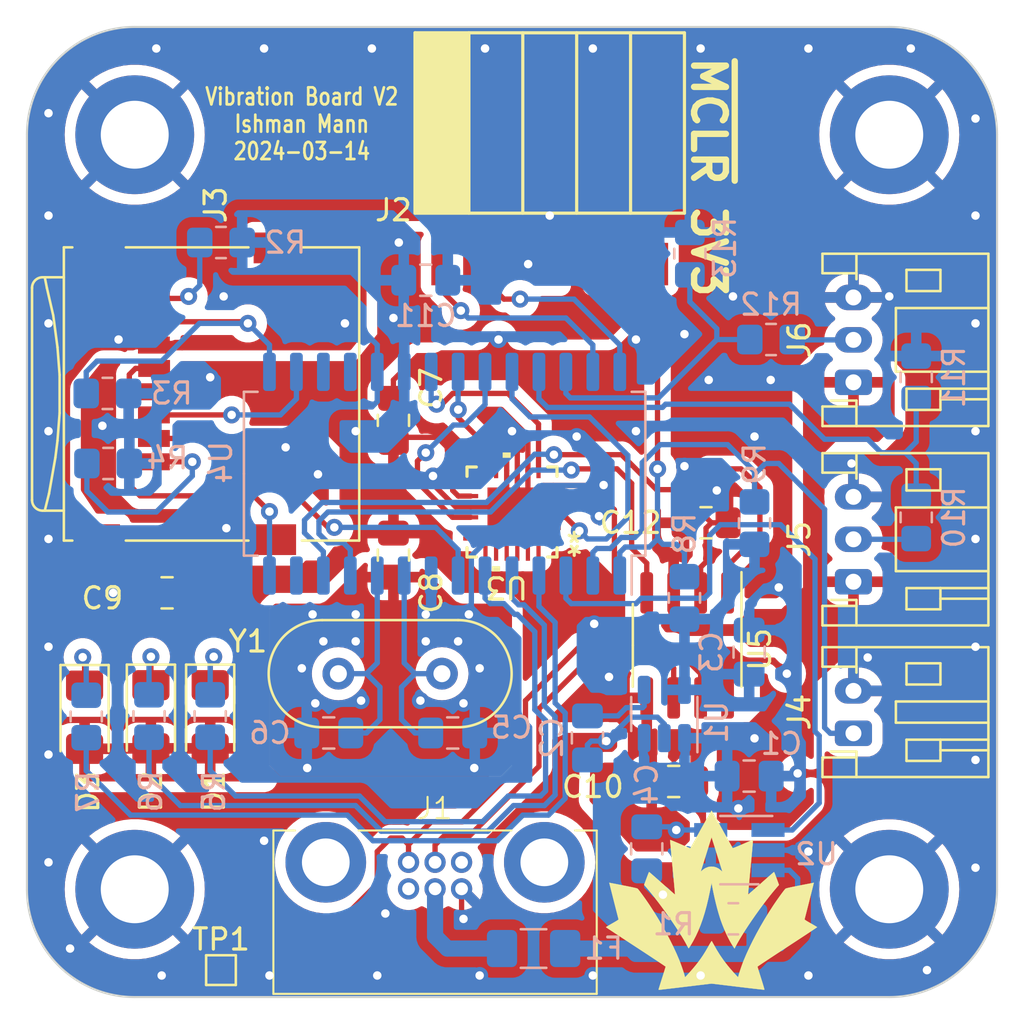
<source format=kicad_pcb>
(kicad_pcb (version 20221018) (generator pcbnew)
  (layers (0 "F.Cu" signal) (31 "B.Cu" signal) (34 "B.Paste" user) (35 "F.Paste" user) (36 "B.SilkS" user "B.Silkscreen") (37 "F.SilkS" user "F.Silkscreen") (38 "B.Mask" user) (39 "F.Mask" user) (44 "Edge.Cuts" user))
  (net 0 "")
  (net 1 "+5V")
  (net 2 "GND")
  (net 3 "Net-(U1-BP)")
  (net 4 "+3.3V")
  (net 5 "/OSC1")
  (net 6 "/OSC2")
  (net 7 "Net-(D1-K)")
  (net 8 "Net-(D2-K)")
  (net 9 "Net-(D3-K)")
  (net 10 "Net-(J1-Pin_5)")
  (net 11 "Net-(U2-IN+)")
  (net 13 "/CANL")
  (net 14 "/CANH")
  (net 16 "/ICSPCLK")
  (net 17 "/ICSPDAT")
  (net 18 "/~{MCLR}")
  (net 19 "Net-(J3-DAT1)")
  (net 20 "/MICRO_SD_SDO")
  (net 21 "/MICRO_SD_SCK")
  (net 22 "/MICRO_SD_SDI")
  (net 23 "/MICRO_SD_CS")
  (net 24 "Net-(J3-DAT2)")
  (net 25 "Net-(U4-RA4)")
  (net 26 "Net-(U4-RA3)")
  (net 27 "Net-(U4-RA2)")
  (net 28 "/CURR_SENSE")
  (net 29 "/THMS_SENSE")
  (net 30 "/AIS3624DQTR_IOC")
  (net 31 "Net-(J5-Pin_2)")
  (net 32 "Net-(J6-Pin_2)")
  (net 33 "/PT_1_SENSE")
  (net 34 "/PT_2_SENSE")
  (net 38 "/AIS3624DQTR_INT")
  (net 39 "/AIS3624DQTR_SCL")
  (net 40 "/AIS3624DQTR_SDA")
  (net 52 "/CANTX")
  (net 53 "/CANRX")
  (footprint "canhw:connector_Harwin_G125–MG10605M4P" (layer "F.Cu") (at 147.504 132.08)
    (fp_text reference "J1")
    (fp_text value "CAN Bus Connector" hide)
  )
  (footprint "Connector_JST:JST_PH_S3B-PH-K_1x03_P2.00mm_Horizontal" (layer "F.Cu") (at 167.222 118.856 90)
    (fp_text reference "J5")
    (fp_text value "PT 1 Connector" hide)
  )
  (footprint "Connector_JST:JST_PH_S2B-PH-K_1x02_P2.00mm_Horizontal" (layer "F.Cu") (at 167.222 126 90)
    (fp_text reference "J4")
    (fp_text value "THMS Connector" hide)
  )
  (footprint "team logo:Logo_SilkScreen_10mm" (layer "F.Cu") (at 160.528 133.858)
    (fp_text reference "G***" hide)
    (fp_text value "LOGO" hide)
  )
  (footprint "MountingHole:MountingHole_3.2mm_M3_DIN965_Pad" (layer "F.Cu") (at 133.35 133.35)
    (fp_text reference "H3" hide)
    (fp_text value "MountingHole_Pad" hide)
  )
  (footprint "Capacitor_SMD:C_0805_2012Metric_Pad1.18x1.45mm_HandSolder" (layer "F.Cu") (at 134.874 119.38)
    (fp_text reference "C9")
    (fp_text value "4.7uF" hide)
  )
  (footprint "Capacitor_SMD:C_0805_2012Metric_Pad1.18x1.45mm_HandSolder" (layer "F.Cu") (at 158.75 128.27 180)
    (fp_text reference "C10")
    (fp_text value "0.1uF" hide)
  )
  (footprint "Capacitor_SMD:C_0805_2012Metric_Pad1.18x1.45mm_HandSolder" (layer "F.Cu") (at 145.542 117.602 90)
    (fp_text reference "C8")
    (fp_text value "10uF" hide)
  )
  (footprint "LED_SMD:LED_1206_3216Metric_Pad1.42x1.75mm_HandSolder" (layer "F.Cu") (at 134.112 125.222 -90)
    (fp_text reference "D2")
    (fp_text value "GREEN" hide)
  )
  (footprint "TestPoint:TestPoint_Pad_1.0x1.0mm" (layer "F.Cu") (at 137.414 137.16)
    (fp_text reference "TP1")
    (fp_text value "CANL" hide)
  )
  (footprint "Connector_JST:JST_PH_S3B-PH-K_1x03_P2.00mm_Horizontal" (layer "F.Cu") (at 167.222 109.458 90)
    (fp_text reference "J6")
    (fp_text value "PT 2 Connector" hide)
  )
  (footprint "LED_SMD:LED_1206_3216Metric_Pad1.42x1.75mm_HandSolder" (layer "F.Cu") (at 130.986 125.2425 -90)
    (fp_text reference "D3")
    (fp_text value "BLUE" hide)
  )
  (footprint "MountingHole:MountingHole_3.2mm_M3_DIN965_Pad" (layer "F.Cu") (at 133.35 97.79)
    (fp_text reference "H1" hide)
    (fp_text value "MountingHole_Pad" hide)
  )
  (footprint "Package_SO:SOIC-8_3.9x4.9mm_P1.27mm" (layer "F.Cu") (at 159.385 121.855 -90)
    (fp_text reference "U5")
    (fp_text value "MCP2562" hide)
  )
  (footprint "canhw:microSD_Molex_WM6698CT-ND" (layer "F.Cu") (at 131.654 103.124 -90)
    (fp_text reference "J3")
    (fp_text value "Micro_SD_Card" hide)
  )
  (footprint "MountingHole:MountingHole_3.2mm_M3_DIN965_Pad" (layer "F.Cu") (at 168.91 133.35)
    (fp_text reference "H4" hide)
    (fp_text value "MountingHole_Pad" hide)
  )
  (footprint "MountingHole:MountingHole_3.2mm_M3_DIN965_Pad" (layer "F.Cu") (at 168.91 97.79)
    (fp_text reference "H2" hide)
    (fp_text value "MountingHole_Pad" hide)
  )
  (footprint "LED_SMD:LED_1206_3216Metric_Pad1.42x1.75mm_HandSolder" (layer "F.Cu") (at 136.906 125.222 -90)
    (fp_text reference "D1")
    (fp_text value "RED" hide)
  )
  (footprint "canhw:QFN24L_4X4X0P5_STM" (layer "F.Cu") (at 151.13 115.57 180)
    (fp_text reference "U3")
    (fp_text value "AIS3624DQTR" hide)
  )
  (footprint "Capacitor_SMD:C_0805_2012Metric_Pad1.18x1.45mm_HandSolder" (layer "F.Cu") (at 145.542 111.252 -90)
    (fp_text reference "C7")
    (fp_text value "0.1uF" hide)
  )
  (footprint "Capacitor_SMD:C_0805_2012Metric_Pad1.18x1.45mm_HandSolder" (layer "F.Cu") (at 160.274 116.078 180)
    (fp_text reference "C12")
    (fp_text value "0.1uF" hide)
  )
  (footprint "Crystal:Crystal_HC49-4H_Vertical" (layer "F.Cu") (at 147.828 123.19 180)
    (fp_text reference "Y1")
    (fp_text value "12MHz Crystal " hide)
  )
  (footprint "canhw:PinHeader_5x2.54_SMD_90deg_952-3198-1-ND" (layer "F.Cu") (at 147.828 103.886)
    (fp_text reference "J2")
    (fp_text value "Programming Header" hide)
  )
  (footprint "Capacitor_SMD:C_0805_2012Metric_Pad1.18x1.45mm_HandSolder" (layer "B.Cu") (at 162.306 122.174 90)
    (fp_text reference "C3")
    (fp_text value "1uF" hide)
  )
  (footprint "Resistor_SMD:R_0805_2012Metric_Pad1.20x1.40mm_HandSolder" (layer "B.Cu") (at 132.064 109.982 180)
    (fp_text reference "R3")
    (fp_text value "10kR" hide)
  )
  (footprint "Resistor_SMD:R_0805_2012Metric_Pad1.20x1.40mm_HandSolder" (layer "B.Cu") (at 170.18 109.22 90)
    (fp_text reference "R11")
    (fp_text value "10kR" hide)
  )
  (footprint "Resistor_SMD:R_0805_2012Metric_Pad1.20x1.40mm_HandSolder" (layer "B.Cu") (at 170.18 115.824 90)
    (fp_text reference "R10")
    (fp_text value "5kR" hide)
  )
  (footprint "Resistor_SMD:R_0805_2012Metric_Pad1.20x1.40mm_HandSolder" (layer "B.Cu") (at 134.024 125.1855 -90)
    (fp_text reference "R6")
    (fp_text value "160R" hide)
  )
  (footprint "Capacitor_SMD:C_0805_2012Metric_Pad1.18x1.45mm_HandSolder" (layer "B.Cu") (at 142.494 125.984 180)
    (fp_text reference "C6")
    (fp_text value "27pF" hide)
  )
  (footprint "Capacitor_SMD:C_0805_2012Metric_Pad1.18x1.45mm_HandSolder" (layer "B.Cu") (at 154.686 126.2165 -90)
    (fp_text reference "C2")
    (fp_text value "10nF" hide)
  )
  (footprint "Resistor_SMD:R_0805_2012Metric_Pad1.20x1.40mm_HandSolder" (layer "B.Cu") (at 159.258 119.618 90)
    (fp_text reference "R8")
    (fp_text value "10kR" hide)
  )
  (footprint "Resistor_SMD:R_0805_2012Metric_Pad1.20x1.40mm_HandSolder" (layer "B.Cu") (at 136.906 125.1855 -90)
    (fp_text reference "R5")
    (fp_text value "160R" hide)
  )
  (footprint "Resistor_SMD:R_0805_2012Metric_Pad1.20x1.40mm_HandSolder" (layer "B.Cu") (at 162.56 116.094 90)
    (fp_text reference "R9")
    (fp_text value "10kR" hide)
  )
  (footprint "Resistor_SMD:R_0805_2012Metric_Pad1.20x1.40mm_HandSolder" (layer "B.Cu") (at 163.338 107.442 180)
    (fp_text reference "R12")
    (fp_text value "5kR" hide)
  )
  (footprint "Resistor_SMD:R_0805_2012Metric_Pad1.20x1.40mm_HandSolder" (layer "B.Cu") (at 137.414 102.87 180)
    (fp_text reference "R2")
    (fp_text value "10kR" hide)
  )
  (footprint "Package_TO_SOT_SMD:SOT-23-5_HandSoldering" (layer "B.Cu") (at 161.845 131.506 180)
    (fp_text reference "U2")
    (fp_text value "INA180" hide)
  )
  (footprint "Capacitor_SMD:C_0805_2012Metric_Pad1.18x1.45mm_HandSolder" (layer "B.Cu") (at 147.066 104.648)
    (fp_text reference "C11")
    (fp_text value "0.1uF" hide)
  )
  (footprint "Resistor_SMD:R_0805_2012Metric_Pad1.20x1.40mm_HandSolder" (layer "B.Cu") (at 159.512 103.394 90)
    (fp_text reference "R13")
    (fp_text value "10kR" hide)
  )
  (footprint "Fuse:Fuse_1206_3216Metric_Pad1.42x1.75mm_HandSolder" (layer "B.Cu") (at 152.146 136.144)
    (fp_text reference "F1")
    (fp_text value "350mA Polyfuse" hide)
  )
  (footprint "Package_SO:SOIC-28W_7.5x18.7mm_P1.27mm" (layer "B.Cu") (at 147.955 113.766 90)
    (fp_text reference "U4")
    (fp_text value "PIC18F26K83" hide)
  )
  (footprint "Resistor_SMD:R_0805_2012Metric_Pad1.20x1.40mm_HandSolder" (layer "B.Cu") (at 132.096 113.284 180)
    (fp_text reference "R4")
    (fp_text value "10kR" hide)
  )
  (footprint "Resistor_SMD:R_0805_2012Metric_Pad1.20x1.40mm_HandSolder" (layer "B.Cu") (at 161.56 134.742)
    (fp_text reference "R1")
    (fp_text value "200mR" hide)
  )
  (footprint "Capacitor_SMD:C_0805_2012Metric_Pad1.18x1.45mm_HandSolder" (layer "B.Cu") (at 162.306 128.016)
    (fp_text reference "C1")
    (fp_text value "1uF" hide)
  )
  (footprint "Resistor_SMD:R_0805_2012Metric_Pad1.20x1.40mm_HandSolder" (layer "B.Cu") (at 131.064 125.206 -90)
    (fp_text reference "R7")
    (fp_text value "160R" hide)
  )
  (footprint "Package_TO_SOT_SMD:SOT-23-5" (layer "B.Cu") (at 158.308 125.0895 90)
    (fp_text reference "U1")
    (fp_text value "SPX3819M5-L-3-3" hide)
  )
  (footprint "Capacitor_SMD:C_0805_2012Metric_Pad1.18x1.45mm_HandSolder" (layer "B.Cu") (at 148.336 125.984)
    (fp_text reference "C5")
    (fp_text value "27pF" hide)
  )
  (footprint "Capacitor_SMD:C_0805_2012Metric_Pad1.18x1.45mm_HandSolder" (layer "B.Cu") (at 157.48 131.445 -90)
    (fp_text reference "C4")
    (fp_text value "0.1uF" hide)
  )
  (gr_line (start 173.99 133.35) (end 173.99 97.79) (stroke (width 0.1)) (layer "Edge.Cuts"))
  (gr_line (start 168.91 138.43) (end 133.35 138.43) (stroke (width 0.1)) (layer "Edge.Cuts"))
  (gr_arc (start 168.91 92.71) (mid 172.502102 94.197898) (end 173.99 97.79) (stroke (width 0.1)) (layer "Edge.Cuts"))
  (gr_line (start 133.35 92.71) (end 168.91 92.71) (stroke (width 0.1)) (layer "Edge.Cuts"))
  (gr_arc (start 173.99 133.35) (mid 172.502102 136.942102) (end 168.91 138.43) (stroke (width 0.1)) (layer "Edge.Cuts"))
  (gr_arc (start 128.27 97.79) (mid 129.757898 94.197898) (end 133.35 92.71) (stroke (width 0.1)) (layer "Edge.Cuts"))
  (gr_line (start 128.27 133.35) (end 128.27 97.79) (stroke (width 0.1)) (layer "Edge.Cuts"))
  (gr_arc (start 133.35 138.43) (mid 129.757898 136.942102) (end 128.27 133.35) (stroke (width 0.1)) (layer "Edge.Cuts"))
  (gr_text "~{MCLR} 3V3" (at 159.512 93.98 -90) (layer "F.SilkS") (effects (font (size 1.5 1.5) (thickness 0.3) bold) (justify left bottom)))
  (gr_text "Vibration Board V2\nIshman Mann\n2024-03-14" (at 141.224 97.282) (layer "F.SilkS") (effects (font (size 0.8001 0.635) (thickness 0.127) bold)))
  (via (at 162.56 126.238) (size 0.8) (drill 0.4) (layers "F.Cu" "B.Cu") (net 1))
  (via (at 161.798 129.54) (size 0.8) (drill 0.4) (layers "F.Cu" "B.Cu") (net 1))
  (segment (start 159.258 126.227) (end 159.258 127.254) (width 0.381) (layer "B.Cu") (net 1))
  (segment (start 155.428 114.32) (end 155.448 114.3) (width 0.25) (layer "F.Cu") (net 2))
  (segment (start 150.88 115.32) (end 151.13 115.57) (width 0.25) (layer "F.Cu") (net 2))
  (segment (start 160.274 115.824) (end 160.528 116.078) (width 0.25) (layer "F.Cu") (net 2))
  (segment (start 145.542 110.2145) (end 145.542 109.347) (width 0.25) (layer "F.Cu") (net 2))
  (segment (start 151.13 111.76) (end 151.38 112.01) (width 0.25) (layer "F.Cu") (net 2))
  (segment (start 151.13 111.76) (end 151.638 111.76) (width 0.25) (layer "F.Cu") (net 2))
  (segment (start 155.2315 115.7648) (end 154.7867 115.32) (width 0.25) (layer "F.Cu") (net 2))
  (segment (start 145.542 109.347) (end 146.685 108.204) (width 0.25) (layer "F.Cu") (net 2))
  (segment (start 151.880001 114.819999) (end 151.13 115.57) (width 0.25) (layer "F.Cu") (net 2))
  (segment (start 148.754 134.657) (end 148.844 134.747) (width 0.25) (layer "F.Cu") (net 2))
  (segment (start 160.274 117.9195) (end 160.02 118.1735) (width 0.25) (layer "F.Cu") (net 2))
  (segment (start 149.733 108.204) (end 150.495 107.442) (width 0.25) (layer "F.Cu") (net 2))
  (segment (start 150.88 113.6237) (end 150.88 115.32) (width 0.25) (layer "F.Cu") (net 2))
  (segment (start 151.38 112.01) (end 151.38 113.6237) (width 0.25) (layer "F.Cu") (net 2))
  (segment (start 160.528 116.078) (end 160.274 116.332) (width 0.25) (layer "F.Cu") (net 2))
  (segment (start 154.7867 115.32) (end 153.0763 115.32) (width 0.25) (layer "F.Cu") (net 2))
  (segment (start 147.406547 114.260943) (end 148.465604 115.32) (width 0.25) (layer "F.Cu") (net 2))
  (segment (start 151.880001 113.6237) (end 151.880001 114.819999) (width 0.25) (layer "F.Cu") (net 2))
  (segment (start 160.274 116.332) (end 160.274 117.9195) (width 0.25) (layer "F.Cu") (net 2))
  (segment (start 150.88 112.01) (end 150.88 113.6237) (width 0.25) (layer "F.Cu") (net 2))
  (segment (start 164.084 123.19) (end 163.449 122.555) (width 0.25) (layer "F.Cu") (net 2))
  (segment (start 151.38 113.6237) (end 151.38 115.32) (width 0.25) (layer "F.Cu") (net 2))
  (segment (start 152.908 103.886) (end 151.892 103.886) (width 0.25) (layer "F.Cu") (net 2))
  (segment (start 152.614 114.32) (end 152.38 114.554) (width 0.25) (layer "F.Cu") (net 2))
  (segment (start 161.8615 122.555) (end 161.29 123.1265) (width 0.25) (layer "F.Cu") (net 2))
  (segment (start 152.38 114.554) (end 152.146 114.554) (width 0.25) (layer "F.Cu") (net 2))
  (segment (start 152.146 114.554) (end 151.13 115.57) (width 0.25) (layer "F.Cu") (net 2))
  (segment (start 148.465604 115.32) (end 149.1837 115.32) (width 0.25) (layer "F.Cu") (net 2))
  (segment (start 153.0763 115.32) (end 151.38 115.32) (width 0.25) (layer "F.Cu") (net 2))
  (segment (start 147.406547 113.87274) (end 147.406547 114.260943) (width 0.25) (layer "F.Cu") (net 2))
  (segment (start 146.685 108.204) (end 149.733 108.204) (width 0.25) (layer "F.Cu") (net 2))
  (segment (start 163.449 122.555) (end 161.8615 122.555) (width 0.25) (layer "F.Cu") (net 2))
  (segment (start 153.0763 114.32) (end 152.614 114.32) (width 0.25) (layer "F.Cu") (net 2))
  (segment (start 153.0763 114.32) (end 155.428 114.32) (width 0.25) (layer "F.Cu") (net 2))
  (segment (start 151.638 111.76) (end 151.880001 112.002001) (width 0.25) (layer "F.Cu") (net 2))
  (segment (start 161.29 123.1265) (end 161.29 124.33) (width 0.25) (layer "F.Cu") (net 2))
  (segment (start 160.02 118.1735) (end 160.02 119.38) (width 0.25) (layer "F.Cu") (net 2))
  (segment (start 151.38 115.32) (end 151.13 115.57) (width 0.25) (layer "F.Cu") (net 2))
  (segment (start 160.782 114.554) (end 160.274 115.062) (width 0.25) (layer "F.Cu") (net 2))
  (segment (start 148.754 133.33) (end 148.754 134.657) (width 0.25) (layer "F.Cu") (net 2))
  (segment (start 151.880001 112.002001) (end 151.880001 113.6237) (width 0.25) (layer "F.Cu") (net 2))
  (segment (start 151.13 111.76) (end 150.88 112.01) (width 0.25) (layer "F.Cu") (net 2))
  (segment (start 160.274 115.062) (end 160.274 115.824) (width 0.25) (layer "F.Cu") (net 2))
  (segment (start 160.528 116.078) (end 161.3115 116.078) (width 0.25) (layer "F.Cu") (net 2))
  (segment (start 149.1837 115.32) (end 150.88 115.32) (width 0.25) (layer "F.Cu") (net 2))
  (via (at 155.448 114.3) (size 0.8) (drill 0.4) (layers "F.Cu" "B.Cu") (net 2))
  (via (at 164.592 127.889) (size 0.8) (drill 0.4) (layers "F.Cu" "B.Cu") (net 2))
  (via (at 141.859 124.587) (size 0.8) (drill 0.4) (layers "F.Cu" "B.Cu") (net 2))
  (via (at 132.588 107.442) (size 0.8) (drill 0.4) (layers "F.Cu" "B.Cu") (net 2))
  (via (at 149.352 127.635) (size 0.8) (drill 0.4) (layers "F.Cu" "B.Cu") (net 2))
  (via (at 162.56 112.014) (size 0.8) (drill 0.4) (layers "F.Cu" "B.Cu") (net 2))
  (via (at 146.812 124.46) (size 0.8) (drill 0.4) (layers "F.Cu" "B.Cu") (net 2))
  (via (at 172.974 106.68) (size 0.8) (drill 0.4) (layers "F.Cu" "B.Cu") (net 2))
  (via (at 165.1 131.572) (size 0.8) (drill 0.4) (layers "F.Cu" "B.Cu") (net 2))
  (via (at 130.302 136.144) (size 0.8) (drill 0.4) (layers "F.Cu" "B.Cu") (net 2))
  (via (at 155.575 126.365) (size 0.8) (drill 0.4) (layers "F.Cu" "B.Cu") (net 2))
  (via (at 170.688 137.16) (size 0.8) (drill 0.4) (layers "F.Cu" "B.Cu") (net 2))
  (via (at 165.1 93.726) (size 0.8) (drill 0.4) (layers "F.Cu" "B.Cu") (net 2))
  (via (at 150.495 107.442) (size 0.8) (drill 0.4) (layers "F.Cu" "B.Cu") (net 2))
  (via (at 159.258 113.411) (size 0.8) (drill 0.4) (layers "F.Cu" "B.Cu") (net 2))
  (via (at 139.7 137.414) (size 0.8) (drill 0.4) (layers "F.Cu" "B.Cu") (net 2))
  (via (at 172.974 101.6) (size 0.8) (drill 0.4) (layers "F.Cu" "B.Cu") (net 2))
  (via (at 143.764 121.666) (size 0.8) (drill 0.4) (layers "F.Cu" "B.Cu") (net 2))
  (via (at 144.526 93.726) (size 0.8) (drill 0.4) (layers "F.Cu" "B.Cu") (net 2))
  (via (at 154.94 93.726) (size 0.8) (drill 0.4) (layers "F.Cu" "B.Cu") (net 2))
  (via (at 140.462 112.522) (size 0.8) (drill 0.4) (layers "F.Cu" "B.Cu") (net 2))
  (via (at 142.24 121.666) (size 0.8) (drill 0.4) (layers "F.Cu" "B.Cu") (net 2))
  (via (at 147.406547 113.87274) (size 0.8) (drill 0.4) (layers "F.Cu" "B.Cu") (net 2))
  (via (at 141.478 127.635) (size 0.8) (drill 0.4) (layers "F.Cu" "B.Cu") (net 2))
  (via (at 147.066 120.396) (size 0.8) (drill 0.4) (layers "F.Cu" "B.Cu") (net 2))
  (via (at 167.132 113.284) (size 0.8) (drill 0.4) (layers "F.Cu" "B.Cu") (net 2))
  (via (at 163.703 119.126) (size 0.8) (drill 0.4) (layers "F.Cu" "B.Cu") (net 2))
  (via (at 156.972 111.76) (size 0.8) (drill 0.4) (layers "F.Cu" "B.Cu") (net 2))
  (via (at 129.286 101.6) (size 0.8) (drill 0.4) (layers "F.Cu" "B.Cu") (net 2))
  (via (at 172.974 121.92) (size 0.8) (drill 0.4) (layers "F.Cu" "B.Cu") (net 2))
  (via (at 132.334 119.38) (size 0.8) (drill 0.4) (layers "F.Cu" "B.Cu") (net 2))
  (via (at 160.02 137.414) (size 0.8) (drill 0.4) (layers "F.Cu" "B.Cu") (net 2))
  (via (at 134.62 137.414) (size 0.8) (drill 0.4) (layers "F.Cu" "B.Cu") (net 2))
  (via (at 151.892 103.886) (size 0.8) (drill 0.4) (layers "F.Cu" "B.Cu") (net 2))
  (via (at 160.782 114.554) (size 0.8) (drill 0.4) (layers "F.Cu" "B.Cu") (net 2))
  (via (at 172.974 111.76) (size 0.8) (drill 0.4) (layers "F.Cu" "B.Cu") (net 2))
  (via (at 143.256 106.68) (size 0.8) (drill 0.4) (layers "F.Cu" "B.Cu") (net 2))
  (via (at 156.972 107.442) (size 0.8) (drill 0.4) (layers "F.Cu" "B.Cu") (net 2))
  (via (at 158.242 133.604) (size 0.8) (drill 0.4) (layers "F.Cu" "B.Cu") (net 2))
  (via (at 154.178 112.014) (size 0.8) (drill 0.4) (layers "F.Cu" "B.Cu") (net 2))
  (via (at 149.86 93.726) (size 0.8) (drill 0.4) (layers "F.Cu" "B.Cu") (net 2))
  (via (at 139.446 131.064) (size 0.8) (drill 0.4) (layers "F.Cu" "B.Cu") (net 2))
  (via (at 164.084 123.19) (size 0.8) (drill 0.4) (layers "F.Cu" "B.Cu") (net 2))
  (via (at 139.446 93.726) (size 0.8) (drill 0.4) (layers "F.Cu" "B.Cu") (net 2))
  (via (at 172.974 132.334) (size 0.8) (drill 0.4) (layers "F.Cu" "B.Cu") (net 2))
  (via (at 137.541 105.41) (size 0.8) (drill 0.4) (layers "F.Cu" "B.Cu") (net 2))
  (via (at 145.161 134.493) (size 0.8) (drill 0.4) (layers "F.Cu" "B.Cu") (net 2))
  (via (at 172.974 97.028) (size 0.8) (drill 0.4) (layers "F.Cu" "B.Cu") (net 2))
  (via (at 152.908 101.6) (size 0.8) (drill 0.4) (layers "F.Cu" "B.Cu") (net 2))
  (via (at 149.606 137.414) (size 0.8) (drill 0.4) (layers "F.Cu" "B.Cu") (net 2))
  (via (at 172.974 116.84) (size 0.8) (drill 0.4) (layers "F.Cu" "B.Cu") (net 2))
  (via (at 169.926 93.726) (size 0.8) (drill 0.4) (layers "F.Cu" "B.Cu") (net 2))
  (via (at 141.224 122.936) (size 0.8) (drill 0.4) (layers "F.Cu" "B.Cu") (net 2))
  (via (at 148.844 124.587) (size 0.8) (drill 0.4) (layers "F.Cu" "B.Cu") (net 2))
  (via (at 129.286 132.08) (size 0.8) (drill 0.4) (layers "F.Cu" "B.Cu") (net 2))
  (via (at 129.286 121.92) (size 0.8) (drill 0.4) (layers "F.Cu" "B.Cu") (net 2))
  (via (at 172.974 127.254) (size 0.8) (drill 0.4) (layers "F.Cu" "B.Cu") (net 2))
  (via (at 163.322 109.347) (size 0.8) (drill 0.4) (layers "F.Cu" "B.Cu") (net 2))
  (via (at 161.544 105.41) (size 0.8) (drill 0.4) (layers "F.Cu" "B.Cu") (net 2))
  (via (at 160.02 93.726) (size 0.8) (drill 0.4) (layers "F.Cu" "B.Cu") (net 2))
  (via (at 141.986 113.792) (size 0.8) (drill 0.4) (layers "F.Cu" "B.Cu") (net 2))
  (via (at 144.018 124.46) (size 0.8) (drill 0.4) (layers "F.Cu" "B.Cu") (net 2))
  (via (at 129.286 111.76) (size 0.8) (drill 0.4) (layers "F.Cu" "B.Cu") (net 2))
  (via (at 134.366 93.726) (size 0.8) (drill 0.4) (layers "F.Cu" "B.Cu") (net 2))
  (via (at 149.098 120.396) (size 0.8) (drill 0.4) (layers "F.Cu" "B.Cu") (net 2))
  (via (at 148.59 121.666) (size 0.8) (drill 0.4) (layers "F.Cu" "B.Cu") (net 2))
  (via (at 137.668 116.332) (size 0.8) (drill 0.4) (layers "F.Cu" "B.Cu") (net 2))
  (via (at 154.94 137.414) (size 0.8) (drill 0.4) (layers "F.Cu" "B.Cu") (net 2))
  (via (at 129.286 116.84) (size 0.8) (drill 0.4) (layers "F.Cu" "B.Cu") (net 2))
  (via (at 144.78 137.414) (size 0.8) (drill 0.4) (layers "F.Cu" "B.Cu") (net 2))
  (via (at 141.732 120.396) (size 0.8) (drill 0.4) (layers "F.Cu" "B.Cu") (net 2))
  (via (at 168.91 105.41) (size 0.8) (drill 0.4) (layers "F.Cu" "B.Cu") (net 2))
  (via (at 149.606 122.936) (size 0.8) (drill 0.4) (layers "F.Cu" "B.Cu") (net 2))
  (via (at 143.764 120.396) (size 0.8) (drill 0.4) (layers "F.Cu" "B.Cu") (net 2))
  (via (at 160.401 109.347) (size 0.8) (drill 0.4) (layers "F.Cu" "B.Cu") (net 2))
  (via (at 147.066 121.666) (size 0.8) (drill 0.4) (layers "F.Cu" "B.Cu") (net 2))
  (via (at 151.13 111.76) (size 0.8) (drill 0.4) (layers "F.Cu" "B.Cu") (net 2))
  (via (at 129.286 106.68) (size 0.8) (drill 0.4) (layers "F.Cu" "B.Cu") (net 2))
  (via (at 129.286 127) (size 0.8) (drill 0.4) (layers "F.Cu" "B.Cu") (net 2))
  (via (at 155.2315 115.7648) (size 0.8) (drill 0.4) (layers "F.Cu" "B.Cu") (net 2))
  (via (at 159.258 107.188) (size 0.8) (drill 0.4) (layers "F.Cu" "B.Cu") (net 2))
  (via (at 129.286 96.774) (size 0.8) (drill 0.4) (layers "F.Cu" "B.Cu") (net 2))
  (via (at 167.894 122.428) (size 0.8) (drill 0.4) (layers "F.Cu" "B.Cu") (net 2))
  (via (at 148.844 134.747) (size 0.8) (drill 0.4) (layers "F.Cu" "B.Cu") (net 2))
  (via (at 165.1 137.414) (size 0.8) (drill 0.4) (layers "F.Cu" "B.Cu") (net 2))
  (segment (start 142.367 110.617) (end 140.462 112.522) (width 0.25) (layer "B.Cu") (net 2))
  (segment (start 158.308 126.227) (end 158.308 125.5645) (width 0.25) (layer "B.Cu") (net 2))
  (segment (start 143.764 106.68) (end 143.256 106.68) (width 0.25) (layer "B.Cu") (net 2))
  (segment (start 149.098 120.396) (end 149.215 120.279) (width 0.25) (layer "B.Cu") (net 2))
  (segment (start 144.526 110.617) (end 142.367 110.617) (width 0.25) (layer "B.Cu") (net 2))
  (segment (start 144.78 108.966) (end 144.78 110.363) (width 0.25) (layer "B.Cu") (net 2))
  (segment (start 162.306 119.888) (end 163.068 119.126) (width 0.381) (layer "B.Cu") (net 2))
  (segment (start 152.533303 114.320945) (end 155.427055 114.320945) (width 0.25) (layer "B.Cu") (net 2))
  (segment (start 144.78 110.363) (end 144.526 110.617) (width 0.25) (layer "B.Cu") (net 2))
  (segment (start 157.983 125.2395) (end 156.7005 125.2395) (width 0.25) (layer "B.Cu") (net 2))
  (segment (start 156.7005 125.2395) (end 155.575 126.365) (width 0.25) (layer "B.Cu") (net 2))
  (segment (start 165.034 131.506) (end 165.1 131.572) (width 0.25) (layer "B.Cu") (net 2))
  (segment (start 155.427055 114.320945) (end 155.448 114.3) (width 0.25) (layer "B.Cu") (net 2))
  (segment (start 149.215 120.279) (end 149.215 117.639248) (width 0.25) (layer "B.Cu") (net 2))
  (segment (start 147.32 120.142) (end 147.066 120.396) (width 0.25) (layer "B.Cu") (net 2))
  (segment (start 154.686 127.254) (end 154.686 126.5428) (width 0.25) (layer "B.Cu") (net 2))
  (segment (start 163.068 119.126) (end 163.703 119.126) (width 0.381) (layer "B.Cu") (net 2))
  (segment (start 162.306 121.1365) (end 162.306 119.888) (width 0.381) (layer "B.Cu") (net 2))
  (segment (start 154.8638 126.365) (end 155.575 126.365) (width 0.25) (layer "B.Cu") (net 2))
  (segment (start 158.242 133.604) (end 157.861 133.604) (width 0.25) (layer "B.Cu") (net 2))
  (segment (start 154.686 126.5428) (end 154.8638 126.365) (width 0.25) (layer "B.Cu") (net 2))
  (segment (start 149.215 117.639248) (end 152.533303 114.320945) (width 0.25) (layer "B.Cu") (net 2))
  (segment (start 158.308 125.5645) (end 157.983 125.2395) (width 0.25) (layer "B.Cu") (net 2))
  (segment (start 157.48 133.223) (end 157.48 132.4825) (width 0.25) (layer "B.Cu") (net 2))
  (segment (start 144.78 108.966) (end 144.78 107.696) (width 0.25) (layer "B.Cu") (net 2))
  (segment (start 144.78 107.696) (end 143.764 106.68) (width 0.25) (layer "B.Cu") (net 2))
  (segment (start 157.861 133.604) (end 157.48 133.223) (width 0.25) (layer "B.Cu") (net 2))
  (segment (start 163.195 131.506) (end 165.034 131.506) (width 0.25) (layer "B.Cu") (net 2))
  (segment (start 147.32 118.566) (end 147.32 120.142) (width 0.25) (layer "B.Cu") (net 2))
  (segment (start 157.358 124.714) (end 157.358 123.952) (width 0.25) (layer "B.Cu") (net 3))
  (segment (start 157.2825 124.7895) (end 157.358 124.714) (width 0.25) (layer "B.Cu") (net 3))
  (segment (start 156.124604 125.179) (end 156.514104 124.7895) (width 0.25) (layer "B.Cu") (net 3))
  (segment (start 154.686 125.179) (end 156.124604 125.179) (width 0.25) (layer "B.Cu") (net 3))
  (segment (start 156.514104 124.7895) (end 157.2825 124.7895) (width 0.25) (layer "B.Cu") (net 3))
  (segment (start 144.055 112.051) (end 143.764 111.76) (width 0.25) (layer "F.Cu") (net 4))
  (segment (start 155.531805 115.0398) (end 155.142896 115.0398) (width 0.25) (layer "F.Cu") (net 4))
  (segment (start 154.923095 114.819999) (end 153.0763 114.819999) (width 0.25) (layer "F.Cu") (net 4))
  (segment (start 148.336 112.776) (end 149.606 112.776) (width 0.25) (layer "F.Cu") (net 4))
  (segment (start 155.956 119.888) (end 155.956 115.463995) (width 0.25) (layer "F.Cu") (net 4))
  (segment (start 149.1837 114.819999) (end 148.601999 114.819999) (width 0.25) (layer "F.Cu") (net 4))
  (segment (start 147.611 112.051) (end 144.055 112.051) (width 0.25) (layer "F.Cu") (net 4))
  (segment (start 148.601999 114.819999) (end 148.336 114.554) (width 0.25) (layer "F.Cu") (net 4))
  (segment (start 148.336 112.776) (end 147.611 112.051) (width 0.25) (layer "F.Cu") (net 4))
  (segment (start 149.606 112.776) (end 149.88 113.05) (width 0.25) (layer "F.Cu") (net 4))
  (segment (start 149.1837 114.32) (end 148.336 114.32) (width 0.25) (layer "F.Cu") (net 4))
  (segment (start 155.956 115.463995) (end 155.531805 115.0398) (width 0.25) (layer "F.Cu") (net 4))
  (segment (start 149.88 113.05) (end 149.88 113.6237) (width 0.25) (layer "F.Cu") (net 4))
  (segment (start 155.0035 120.8405) (end 155.956 119.888) (width 0.25) (layer "F.Cu") (net 4))
  (segment (start 155.142896 115.0398) (end 154.923095 114.819999) (width 0.25) (layer "F.Cu") (net 4))
  (segment (start 148.336 114.554) (end 148.336 112.776) (width 0.25) (layer "F.Cu") (net 4))
  (via (at 155.702 123.3424) (size 0.8) (drill 0.4) (layers "F.Cu" "B.Cu") (net 4))
  (via (at 145.542 106.426) (size 0.8) (drill 0.4) (layers "F.Cu" "B.Cu") (net 4))
  (via (at 158.872 130.556) (size 0.8) (drill 0.4) (layers "F.Cu" "B.Cu") (net 4))
  (via (at 143.764 111.76) (size 0.8) (drill 0.4) (layers "F.Cu" "B.Cu") (net 4))
  (via (at 131.826 111.506) (size 0.8) (drill 0.4) (layers "F.Cu" "B.Cu") (net 4))
  (via (at 136.906 109.22) (size 0.8) (drill 0.4) (layers "F.Cu" "B.Cu") (net 4))
  (via (at 145.796 102.87) (size 0.8) (drill 0.4) (layers "F.Cu" "B.Cu") (net 4))
  (via (at 155.0035 120.8405) (size 0.8) (drill 0.4) (layers "F.Cu" "B.Cu") (net 4))
  (segment (start 158.7235 130.4075) (end 157.48 130.4075) (width 0.25) (layer "B.Cu") (net 4))
  (segment (start 158.872 130.556) (end 160.495 130.556) (width 0.25) (layer "B.Cu") (net 4))
  (segment (start 158.872 130.556) (end 158.7235 130.4075) (width 0.25) (layer "B.Cu") (net 4))
  (segment (start 147.828 123.19) (end 146.558 123.19) (width 0.25) (layer "B.Cu") (net 5))
  (segment (start 145.923 125.349) (end 146.558 125.984) (width 0.25) (layer "B.Cu") (net 5))
  (segment (start 146.558 123.19) (end 145.923 123.825) (width 0.25) (layer "B.Cu") (net 5))
  (segment (start 146.05 122.682) (end 146.05 118.566) (width 0.25) (layer "B.Cu") (net 5))
  (segment (start 145.923 123.825) (end 145.923 125.349) (width 0.25) (layer "B.Cu") (net 5))
  (segment (start 146.558 123.19) (end 146.05 122.682) (width 0.25) (layer "B.Cu") (net 5))
  (segment (start 146.558 125.984) (end 147.2985 125.984) (width 0.25) (layer "B.Cu") (net 5))
  (segment (start 144.78 122.682) (end 144.78 118.566) (width 0.25) (layer "B.Cu") (net 6))
  (segment (start 144.272 125.984) (end 143.5315 125.984) (width 0.25) (layer "B.Cu") (net 6))
  (segment (start 144.272 123.19) (end 144.78 122.682) (width 0.25) (layer "B.Cu") (net 6))
  (segment (start 144.272 123.19) (end 144.907 123.825) (width 0.25) (layer "B.Cu") (net 6))
  (segment (start 144.907 123.825) (end 144.907 125.349) (width 0.25) (layer "B.Cu") (net 6))
  (segment (start 144.907 125.349) (end 144.272 125.984) (width 0.25) (layer "B.Cu") (net 6))
  (segment (start 142.948 123.19) (end 144.272 123.19) (width 0.25) (layer "B.Cu") (net 6))
  (segment (start 137.072 122.3915) (end 136.906 122.5575) (width 0.25) (layer "F.Cu") (net 7))
  (segment (start 136.906 122.5575) (end 136.906 123.7345) (width 0.25) (layer "F.Cu") (net 7))
  (via (at 137.072 122.3915) (size 0.8) (drill 0.4) (layers "F.Cu" "B.Cu") (net 7))
  (segment (start 137.072 122.3915) (end 136.906 122.5575) (width 0.25) (layer "B.Cu") (net 7))
  (segment (start 136.906 122.5575) (end 136.906 124.1855) (width 0.25) (layer "B.Cu") (net 7))
  (segment (start 134.112 123.7345) (end 134.112 122.3915) (width 0.25) (layer "F.Cu") (net 8))
  (via (at 134.112 122.3915) (size 0.8) (drill 0.4) (layers "F.Cu" "B.Cu") (net 8))
  (segment (start 134.024 122.4795) (end 134.024 124.1855) (width 0.25) (layer "B.Cu") (net 8))
  (segment (start 134.112 122.3915) (end 134.024 122.4795) (width 0.25) (layer "B.Cu") (net 8))
  (segment (start 130.898 122.412) (end 130.986 122.5) (width 0.25) (layer "F.Cu") (net 9))
  (segment (start 130.986 122.5) (end 130.986 123.755) (width 0.25) (layer "F.Cu") (net 9))
  (via (at 130.898 122.412) (size 0.8) (drill 0.4) (layers "F.Cu" "B.Cu") (net 9))
  (segment (start 130.898 122.412) (end 131.064 122.578) (width 0.25) (layer "B.Cu") (net 9))
  (segment (start 131.064 122.578) (end 131.064 124.206) (width 0.25) (layer "B.Cu") (net 9))
  (segment (start 147.504 133.33) (end 147.504 135.566) (width 0.762) (layer "B.Cu") (net 10))
  (segment (start 147.504 135.566) (end 148.082 136.144) (width 0.762) (layer "B.Cu") (net 10))
  (segment (start 148.082 136.144) (end 150.6585 136.144) (width 0.762) (layer "B.Cu") (net 10))
  (segment (start 164.206 132.456) (end 164.592 132.842) (width 0.25) (layer "B.Cu") (net 11))
  (segment (start 156.718 136.144) (end 153.6335 136.144) (width 0.762) (layer "B.Cu") (net 11))
  (segment (start 164.592 135.382) (end 163.83 136.144) (width 0.25) (layer "B.Cu") (net 11))
  (segment (start 163.195 132.456) (end 164.206 132.456) (width 0.25) (layer "B.Cu") (net 11))
  (segment (start 164.592 132.842) (end 164.592 135.382) (width 0.25) (layer "B.Cu") (net 11))
  (segment (start 162.56 136.144) (end 162.306 136.398) (width 0.762) (layer "B.Cu") (net 11))
  (segment (start 156.972 136.398) (end 156.718 136.144) (width 0.762) (layer "B.Cu") (net 11))
  (segment (start 162.56 134.742) (end 162.56 136.144) (width 0.762) (layer "B.Cu") (net 11))
  (segment (start 163.83 136.144) (end 162.56 136.144) (width 0.25) (layer "B.Cu") (net 11))
  (segment (start 162.306 136.398) (end 156.972 136.398) (width 0.762) (layer "B.Cu") (net 11))
  (segment (start 152.4 127.5588) (end 149.1488 130.81) (width 0.25) (layer "F.Cu") (net 13))
  (segment (start 152.4 124.842396) (end 152.4 127.5588) (width 0.25) (layer "F.Cu") (net 13))
  (segment (start 158.242 122.428) (end 154.814396 122.428) (width 0.25) (layer "F.Cu") (net 13))
  (segment (start 147.504 131.261) (end 147.504 132.08) (width 0.25) (layer "F.Cu") (net 13))
  (segment (start 147.955 130.81) (end 147.504 131.261) (width 0.25) (layer "F.Cu") (net 13))
  (segment (start 154.814396 122.428) (end 152.4 124.842396) (width 0.25) (layer "F.Cu") (net 13))
  (segment (start 158.75 122.936) (end 158.242 122.428) (width 0.25) (layer "F.Cu") (net 13))
  (segment (start 158.75 124.33) (end 158.75 122.936) (width 0.25) (layer "F.Cu") (net 13))
  (segment (start 149.1488 130.81) (end 147.955 130.81) (width 0.25) (layer "F.Cu") (net 13))
  (segment (start 158.6992 121.8692) (end 160.02 123.19) (width 0.25) (layer "F.Cu") (net 14))
  (segment (start 146.254 132.08) (end 146.254 131.241) (width 0.25) (layer "F.Cu") (net 14))
  (segment (start 145.95 130.937) (end 145.415 130.937) (width 0.25) (layer "F.Cu") (net 14))
  (segment (start 148.7805 130.175) (end 151.765 127.1905) (width 0.25) (layer "F.Cu") (net 14))
  (segment (start 146.254 131.241) (end 145.95 130.937) (width 0.25) (layer "F.Cu") (net 14))
  (segment (start 146.254 131.241) (end 147.32 130.175) (width 0.25) (layer "F.Cu") (net 14))
  (segment (start 144.78 133.096) (end 142.24 135.636) (width 0.25) (layer "F.Cu") (net 14))
  (segment (start 160.02 123.19) (end 160.02 124.33) (width 0.25) (layer "F.Cu") (net 14))
  (segment (start 154.3558 121.8692) (end 158.6992 121.8692) (width 0.25) (layer "F.Cu") (net 14))
  (segment (start 142.24 135.636) (end 138.176 135.636) (width 0.25) (layer "F.Cu") (net 14))
  (segment (start 147.32 130.175) (end 148.7805 130.175) (width 0.25) (layer "F.Cu") (net 14))
  (segment (start 151.765 124.46) (end 154.3558 121.8692) (width 0.25) (layer "F.Cu") (net 14))
  (segment (start 144.78 131.572) (end 144.78 133.096) (width 0.25) (layer "F.Cu") (net 14))
  (segment (start 137.414 136.398) (end 137.414 137.16) (width 0.25) (layer "F.Cu") (net 14))
  (segment (start 145.415 130.937) (end 144.78 131.572) (width 0.25) (layer "F.Cu") (net 14))
  (segment (start 138.176 135.636) (end 137.414 136.398) (width 0.25) (layer "F.Cu") (net 14))
  (segment (start 151.765 127.1905) (end 151.765 124.46) (width 0.25) (layer "F.Cu") (net 14))
  (segment (start 147.828 105.156) (end 147.828 103.886) (width 0.25) (layer "F.Cu") (net 16))
  (segment (start 148.718855 106.046855) (end 147.828 105.156) (width 0.25) (layer "F.Cu") (net 16))
  (segment (start 148.718855 106.079014) (end 148.718855 106.046855) (width 0.25) (layer "F.Cu") (net 16))
  (via (at 148.718855 106.079014) (size 0.8) (drill 0.4) (layers "F.Cu" "B.Cu") (net 16))
  (segment (start 149.065841 106.426) (end 153.67 106.426) (width 0.25) (layer "B.Cu") (net 16))
  (segment (start 154.94 107.696) (end 154.94 108.966) (width 0.25) (layer "B.Cu") (net 16))
  (segment (start 153.67 106.426) (end 154.94 107.696) (width 0.25) (layer "B.Cu") (net 16))
  (segment (start 148.718855 106.079014) (end 149.065841 106.426) (width 0.25) (layer "B.Cu") (net 16))
  (segment (start 150.368 105.156) (end 150.368 103.886) (width 0.25) (layer "F.Cu") (net 17))
  (segment (start 151.511 105.537) (end 150.749 105.537) (width 0.25) (layer "F.Cu") (net 17))
  (segment (start 150.749 105.537) (end 150.368 105.156) (width 0.25) (layer "F.Cu") (net 17))
  (via (at 151.511 105.537) (size 0.8) (drill 0.4) (layers "F.Cu" "B.Cu") (net 17))
  (segment (start 154.051 105.537) (end 156.21 107.696) (width 0.25) (layer "B.Cu") (net 17))
  (segment (start 151.511 105.537) (end 154.051 105.537) (width 0.25) (layer "B.Cu") (net 17))
  (segment (start 156.21 107.696) (end 156.21 108.966) (width 0.25) (layer "B.Cu") (net 17))
  (segment (start 157.988 103.886) (end 157.988 113.538) (width 0.25) (layer "F.Cu") (net 18))
  (segment (start 157.988 113.538) (end 157.992299 113.542299) (width 0.25) (layer "F.Cu") (net 18))
  (via (at 157.992299 113.542299) (size 0.8) (drill 0.4) (layers "F.Cu" "B.Cu") (net 18))
  (segment (start 159.258 118.618) (end 159.258 117.475) (width 0.25) (layer "B.Cu") (net 18))
  (segment (start 157.988 113.546598) (end 157.992299 113.542299) (width 0.25) (layer "B.Cu") (net 18))
  (segment (start 158.242 117.094) (end 157.988 116.84) (width 0.25) (layer "B.Cu") (net 18))
  (segment (start 159.258 117.475) (end 158.877 117.094) (width 0.25) (layer "B.Cu") (net 18))
  (segment (start 158.877 117.094) (end 158.242 117.094) (width 0.25) (layer "B.Cu") (net 18))
  (segment (start 156.21 117.477792) (end 156.466792 117.221) (width 0.25) (layer "B.Cu") (net 18))
  (segment (start 156.466792 117.221) (end 157.607 117.221) (width 0.25) (layer "B.Cu") (net 18))
  (segment (start 157.607 117.221) (end 157.988 116.84) (width 0.25) (layer "B.Cu") (net 18))
  (segment (start 157.988 116.84) (end 157.988 113.546598) (width 0.25) (layer "B.Cu") (net 18))
  (segment (start 156.21 118.566) (end 156.21 117.477792) (width 0.25) (layer "B.Cu") (net 18))
  (segment (start 135.796 105.504) (end 135.89 105.41) (width 0.25) (layer "F.Cu") (net 19))
  (segment (start 134.254 105.504) (end 135.796 105.504) (width 0.25) (layer "F.Cu") (net 19))
  (via (at 135.89 105.41) (size 0.8) (drill 0.4) (layers "F.Cu" "B.Cu") (net 19))
  (segment (start 136.414 104.886) (end 136.414 102.87) (width 0.25) (layer "B.Cu") (net 19))
  (segment (start 135.89 105.41) (end 136.414 104.886) (width 0.25) (layer "B.Cu") (net 19))
  (segment (start 137.918 110.994) (end 134.254 110.994) (width 0.25) (layer "F.Cu") (net 20))
  (via (at 137.918 110.994) (size 0.8) (drill 0.4) (layers "F.Cu" "B.Cu") (net 20))
  (segment (start 140.97 110.236) (end 140.97 108.966) (width 0.25) (layer "B.Cu") (net 20))
  (segment (start 140.212 110.994) (end 140.97 110.236) (width 0.25) (layer "B.Cu") (net 20))
  (segment (start 137.918 110.994) (end 140.212 110.994) (width 0.25) (layer "B.Cu") (net 20))
  (segment (start 134.264 108.804) (end 133.385 108.804) (width 0.25) (layer "F.Cu") (net 21))
  (segment (start 133.604 114.808) (end 133.096 114.3) (width 0.25) (layer "F.Cu") (net 21))
  (segment (start 139.7 115.5495) (end 138.9585 114.808) (width 0.25) (layer "F.Cu") (net 21))
  (segment (start 133.096 114.3) (end 133.096 109.22) (width 0.25) (layer "F.Cu") (net 21))
  (segment (start 138.9585 114.808) (end 133.604 114.808) (width 0.25) (layer "F.Cu") (net 21))
  (segment (start 133.096 109.093) (end 133.096 109.22) (width 0.25) (layer "F.Cu") (net 21))
  (segment (start 133.385 108.804) (end 133.096 109.093) (width 0.25) (layer "F.Cu") (net 21))
  (via (at 139.7 115.5495) (size 0.8) (drill 0.4) (layers "F.Cu" "B.Cu") (net 21))
  (segment (start 139.7 118.566) (end 139.7 115.5495) (width 0.25) (layer "B.Cu") (net 21))
  (segment (start 134.254 106.604) (end 138.608 106.604) (width 0.25) (layer "F.Cu") (net 22))
  (segment (start 138.608 106.604) (end 138.684 106.68) (width 0.25) (layer "F.Cu") (net 22))
  (via (at 138.684 106.68) (size 0.8) (drill 0.4) (layers "F.Cu" "B.Cu") (net 22))
  (segment (start 138.684 106.68) (end 136.398 106.68) (width 0.25) (layer "B.Cu") (net 22))
  (segment (start 139.7 107.696) (end 139.7 108.966) (width 0.25) (layer "B.Cu") (net 22))
  (segment (start 138.684 106.68) (end 139.7 107.696) (width 0.25) (layer "B.Cu") (net 22))
  (segment (start 131.572 108.458) (end 131.064 108.966) (width 0.25) (layer "B.Cu") (net 22))
  (segment (start 134.62 108.458) (end 131.572 108.458) (width 0.25) (layer "B.Cu") (net 22))
  (segment (start 136.398 106.68) (end 134.62 108.458) (width 0.25) (layer "B.Cu") (net 22))
  (segment (start 131.064 108.966) (end 131.064 109.982) (width 0.25) (layer "B.Cu") (net 22))
  (segment (start 142.757329 116.295) (end 142.457 116.295) (width 0.25) (layer "F.Cu") (net 23))
  (segment (start 138.266 112.104) (end 134.254 112.104) (width 0.25) (layer "F.Cu") (net 23))
  (segment (start 142.457 116.295) (end 138.266 112.104) (width 0.25) (layer "F.Cu") (net 23))
  (via (at 142.757329 116.295) (size 0.8) (drill 0.4) (layers "F.Cu" "B.Cu") (net 23))
  (segment (start 147.537 116.295) (end 148.59 117.348) (width 0.25) (layer "B.Cu") (net 23))
  (segment (start 148.59 117.348) (end 148.59 118.566) (width 0.25) (layer "B.Cu") (net 23))
  (segment (start 142.757329 116.295) (end 147.537 116.295) (width 0.25) (layer "B.Cu") (net 23))
  (segment (start 136.064 113.204) (end 134.254 113.204) (width 0.25) (layer "F.Cu") (net 24))
  (via (at 136.064 113.204) (size 0.8) (drill 0.4) (layers "F.Cu" "B.Cu") (net 24))
  (segment (start 136.064 113.872) (end 136.064 113.204) (width 0.25) (layer "B.Cu") (net 24))
  (segment (start 131.096 113.284) (end 131.096 114.586) (width 0.25) (layer "B.Cu") (net 24))
  (segment (start 134.366 115.57) (end 136.064 113.872) (width 0.25) (layer "B.Cu") (net 24))
  (segment (start 131.096 114.586) (end 132.08 115.57) (width 0.25) (layer "B.Cu") (net 24))
  (segment (start 132.08 115.57) (end 134.366 115.57) (width 0.25) (layer "B.Cu") (net 24))
  (segment (start 150.747604 119.888) (end 151.255604 120.396) (width 0.25) (layer "B.Cu") (net 25))
  (segment (start 152.204 124.884118) (end 152.712 125.392118) (width 0.25) (layer "B.Cu") (net 25))
  (segment (start 152.712 128.717208) (end 152.474208 128.955) (width 0.25) (layer "B.Cu") (net 25))
  (segment (start 149.86 118.566) (end 149.86 119.634) (width 0.25) (layer "B.Cu") (net 25))
  (segment (start 138.099 128.955) (end 136.906 127.762) (width 0.25) (layer "B.Cu") (net 25))
  (segment (start 150.114 119.888) (end 150.747604 119.888) (width 0.25) (layer "B.Cu") (net 25))
  (segment (start 145.15 130.164) (end 143.941 128.955) (width 0.25) (layer "B.Cu") (net 25))
  (segment (start 152.204 121.216) (end 152.204 124.884118) (width 0.25) (layer "B.Cu") (net 25))
  (segment (start 152.474208 128.955) (end 150.953 128.955) (width 0.25) (layer "B.Cu") (net 25))
  (segment (start 143.941 128.955) (end 138.099 128.955) (width 0.25) (layer "B.Cu") (net 25))
  (segment (start 151.255604 120.396) (end 151.384 120.396) (width 0.25) (layer "B.Cu") (net 25))
  (segment (start 151.384 120.396) (end 152.204 121.216) (width 0.25) (layer "B.Cu") (net 25))
  (segment (start 136.906 127.762) (end 136.906 126.1855) (width 0.25) (layer "B.Cu") (net 25))
  (segment (start 152.712 125.392118) (end 152.712 128.717208) (width 0.25) (layer "B.Cu") (net 25))
  (segment (start 149.86 119.634) (end 150.114 119.888) (width 0.25) (layer "B.Cu") (net 25))
  (segment (start 149.744 130.164) (end 145.15 130.164) (width 0.25) (layer "B.Cu") (net 25))
  (segment (start 150.953 128.955) (end 149.744 130.164) (width 0.25) (layer "B.Cu") (net 25))
  (segment (start 152.654 124.697722) (end 153.162 125.205722) (width 0.25) (layer "B.Cu") (net 26))
  (segment (start 134.024 127.928) (end 134.024 126.1855) (width 0.25) (layer "B.Cu") (net 26))
  (segment (start 135.501 129.405) (end 134.024 127.928) (width 0.25) (layer "B.Cu") (net 26))
  (segment (start 152.654 120.904) (end 152.654 124.697722) (width 0.25) (layer "B.Cu") (net 26))
  (segment (start 151.13 118.566) (end 151.13 119.634) (width 0.25) (layer "B.Cu") (net 26))
  (segment (start 151.442 119.946) (end 151.696 119.946) (width 0.25) (layer "B.Cu") (net 26))
  (segment (start 152.660604 129.405) (end 151.2015 129.405) (width 0.25) (layer "B.Cu") (net 26))
  (segment (start 151.2015 129.405) (end 149.9925 130.614) (width 0.25) (layer "B.Cu") (net 26))
  (segment (start 151.13 119.634) (end 151.442 119.946) (width 0.25) (layer "B.Cu") (net 26))
  (segment (start 151.696 119.946) (end 152.654 120.904) (width 0.25) (layer "B.Cu") (net 26))
  (segment (start 153.162 128.903604) (end 152.660604 129.405) (width 0.25) (layer "B.Cu") (net 26))
  (segment (start 153.162 125.205722) (end 153.162 128.903604) (width 0.25) (layer "B.Cu") (net 26))
  (segment (start 143.754604 129.405) (end 135.501 129.405) (width 0.25) (layer "B.Cu") (net 26))
  (segment (start 144.963604 130.614) (end 143.754604 129.405) (width 0.25) (layer "B.Cu") (net 26))
  (segment (start 149.9925 130.614) (end 144.963604 130.614) (width 0.25) (layer "B.Cu") (net 26))
  (segment (start 153.636 125.043326) (end 153.162 124.569326) (width 0.25) (layer "B.Cu") (net 27))
  (segment (start 153.636 129.066) (end 153.636 125.043326) (width 0.25) (layer "B.Cu") (net 27))
  (segment (start 153.162 120.775604) (end 152.4 120.013604) (width 0.25) (layer "B.Cu") (net 27))
  (segment (start 133.157 129.855) (end 143.37 129.855) (width 0.25) (layer "B.Cu") (net 27))
  (segment (start 131.064 127.762) (end 133.157 129.855) (width 0.25) (layer "B.Cu") (net 27))
  (segment (start 152.847 129.855) (end 153.636 129.066) (width 0.25) (layer "B.Cu") (net 27))
  (segment (start 150.4315 131.064) (end 151.6405 129.855) (width 0.25) (layer "B.Cu") (net 27))
  (segment (start 131.064 126.206) (end 131.064 127.762) (width 0.25) (layer "B.Cu") (net 27))
  (segment (start 153.162 124.569326) (end 153.162 120.775604) (width 0.25) (layer "B.Cu") (net 27))
  (segment (start 152.4 120.013604) (end 152.4 118.566) (width 0.25) (layer "B.Cu") (net 27))
  (segment (start 151.6405 129.855) (end 152.847 129.855) (width 0.25) (layer "B.Cu") (net 27))
  (segment (start 144.579 131.064) (end 150.4315 131.064) (width 0.25) (layer "B.Cu") (net 27))
  (segment (start 143.37 129.855) (end 144.579 131.064) (width 0.25) (layer "B.Cu") (net 27))
  (segment (start 153.924 119.888) (end 153.67 119.634) (width 0.25) (layer "B.Cu") (net 28))
  (segment (start 165.412 117.794413) (end 163.786587 116.169) (width 0.25) (layer "B.Cu") (net 28))
  (segment (start 160.191587 119.634) (end 157.226 119.634) (width 0.25) (layer "B.Cu") (net 28))
  (segment (start 153.67 119.634) (end 153.67 118.566) (width 0.25) (layer "B.Cu") (net 28))
  (segment (start 163.786587 116.169) (end 160.945 116.169) (width 0.25) (layer "B.Cu") (net 28))
  (segment (start 165.608 126.112396) (end 165.412 125.916396) (width 0.25) (layer "B.Cu") (net 28))
  (segment (start 163.195 130.556) (end 164.338 130.556) (width 0.25) (layer "B.Cu") (net 28))
  (segment (start 157.226 119.634) (end 156.972 119.888) (width 0.25) (layer "B.Cu") (net 28))
  (segment (start 156.972 119.888) (end 153.924 119.888) (width 0.25) (layer "B.Cu") (net 28))
  (segment (start 165.412 125.916396) (end 165.412 117.794413) (width 0.25) (layer "B.Cu") (net 28))
  (segment (start 160.445587 116.668413) (end 160.445587 119.38) (width 0.25) (layer "B.Cu") (net 28))
  (segment (start 160.945 116.169) (end 160.445587 116.668413) (width 0.25) (layer "B.Cu") (net 28))
  (segment (start 164.338 130.556) (end 165.608 129.286) (width 0.25) (layer "B.Cu") (net 28))
  (segment (start 160.445587 119.38) (end 160.191587 119.634) (width 0.25) (layer "B.Cu") (net 28))
  (segment (start 165.608 129.286) (end 165.608 126.112396) (width 0.25) (layer "B.Cu") (net 28))
  (segment (start 162.56 113.792) (end 162.56 115.094) (width 0.25) (layer "B.Cu") (net 29))
  (segment (start 158.115 112.395) (end 161.29 112.395) (width 0.25) (layer "B.Cu") (net 29))
  (segment (start 156.280396 116.771) (end 156.914 116.771) (width 0.25) (layer "B.Cu") (net 29))
  (segment (start 165.862 115.443) (end 163.703 113.284) (width 0.25) (layer "B.Cu") (net 29))
  (segment (start 163.068 113.284) (end 162.56 113.792) (width 0.25) (layer "B.Cu") (net 29))
  (segment (start 166.132 126) (end 165.862 125.73) (width 0.25) (layer "B.Cu") (net 29))
  (segment (start 157.267299 116.417701) (end 157.267299 113.242701) (width 0.25) (layer "B.Cu") (net 29))
  (segment (start 157.267299 113.242701) (end 158.115 112.395) (width 0.25) (layer "B.Cu") (net 29))
  (segment (start 161.29 112.395) (end 162.56 113.665) (width 0.25) (layer "B.Cu") (net 29))
  (segment (start 163.703 113.284) (end 163.068 113.284) (width 0.25) (layer "B.Cu") (net 29))
  (segment (start 167.222 126) (end 166.132 126) (width 0.25) (layer "B.Cu") (net 29))
  (segment (start 155.761396 117.29) (end 156.280396 116.771) (width 0.25) (layer "B.Cu") (net 29))
  (segment (start 154.94 118.566) (end 154.94 117.475) (width 0.25) (layer "B.Cu") (net 29))
  (segment (start 155.125 117.29) (end 155.761396 117.29) (width 0.25) (layer "B.Cu") (net 29))
  (segment (start 162.56 113.665) (end 162.56 113.792) (width 0.25) (layer "B.Cu") (net 29))
  (segment (start 156.914 116.771) (end 157.267299 116.417701) (width 0.25) (layer "B.Cu") (net 29))
  (segment (start 165.862 125.73) (end 165.862 115.443) (width 0.25) (layer "B.Cu") (net 29))
  (segment (start 154.94 117.475) (end 155.125 117.29) (width 0.25) (layer "B.Cu") (net 29))
  (segment (start 153.666 115.82) (end 153.0763 115.82) (width 0.25) (layer "F.Cu") (net 30))
  (segment (start 154.305 116.459) (end 153.666 115.82) (width 0.25) (layer "F.Cu") (net 30))
  (via (at 154.305 116.459) (size 0.8) (drill 0.4) (layers "F.Cu" "B.Cu") (net 30))
  (segment (start 154.779 111.091) (end 151.985 111.091) (width 0.25) (layer "B.Cu") (net 30))
  (segment (start 155.575 116.84) (end 156.591 115.824) (width 0.25) (layer "B.Cu") (net 30))
  (segment (start 156.591 112.903) (end 154.779 111.091) (width 0.25) (layer "B.Cu") (net 30))
  (segment (start 154.305 116.459) (end 154.686 116.84) (width 0.25) (layer "B.Cu") (net 30))
  (segment (start 151.985 111.091) (end 151.13 110.236) (width 0.25) (layer "B.Cu") (net 30))
  (segment (start 156.591 115.824) (end 156.591 112.903) (width 0.25) (layer "B.Cu") (net 30))
  (segment (start 154.686 116.84) (end 155.575 116.84) (width 0.25) (layer "B.Cu") (net 30))
  (segment (start 151.13 110.236) (end 151.13 108.966) (width 0.25) (layer "B.Cu") (net 30))
  (segment (start 170.148 116.856) (end 170.18 116.824) (width 0.25) (layer "B.Cu") (net 31))
  (segment (start 167.222 116.856) (end 170.148 116.856) (width 0.25) (layer "B.Cu") (net 31))
  (segment (start 164.354 107.458) (end 164.338 107.442) (width 0.25) (layer "B.Cu") (net 32))
  (segment (start 167.222 107.458) (end 164.354 107.458) (width 0.25) (layer "B.Cu") (net 32))
  (segment (start 167.894 112.141) (end 165.862 112.141) (width 0.25) (layer "B.Cu") (net 33))
  (segment (start 152.805 110.641) (end 152.4 110.236) (width 0.25) (layer "B.Cu") (net 33))
  (segment (start 169.672 112.776) (end 170.18 112.268) (width 0.25) (layer "B.Cu") (net 33))
  (segment (start 169.672 112.776) (end 168.529 112.776) (width 0.25) (layer "B.Cu") (net 33))
  (segment (start 158.219396 110.641) (end 152.805 110.641) (width 0.25) (layer "B.Cu") (net 33))
  (segment (start 164.211 110.49) (end 158.370396 110.49) (width 0.25) (layer "B.Cu") (net 33))
  (segment (start 152.4 110.236) (end 152.4 108.966) (width 0.25) (layer "B.Cu") (net 33))
  (segment (start 170.18 113.284) (end 169.672 112.776) (width 0.25) (layer "B.Cu") (net 33))
  (segment (start 158.370396 110.49) (end 158.219396 110.641) (width 0.25) (layer "B.Cu") (net 33))
  (segment (start 170.18 114.824) (end 170.18 113.284) (width 0.25) (layer "B.Cu") (net 33))
  (segment (start 170.18 112.268) (end 170.18 110.22) (width 0.25) (layer "B.Cu") (net 33))
  (segment (start 165.862 112.141) (end 164.211 110.49) (width 0.25) (layer "B.Cu") (net 33))
  (segment (start 168.529 112.776) (end 167.894 112.141) (width 0.25) (layer "B.Cu") (net 33))
  (segment (start 159.512 104.394) (end 159.512 105.664) (width 0.25) (layer "B.Cu") (net 34))
  (segment (start 160.782 107.442) (end 162.338 107.442) (width 0.25) (layer "B.Cu") (net 34))
  (segment (start 153.879 110.191) (end 158.033 110.191) (width 0.25) (layer "B.Cu") (net 34))
  (segment (start 158.033 110.191) (end 160.782 107.442) (width 0.25) (layer "B.Cu") (net 34))
  (segment (start 160.782 106.934) (end 160.782 107.442) (width 0.25) (layer "B.Cu") (net 34))
  (segment (start 153.67 108.966) (end 153.67 109.982) (width 0.25) (layer "B.Cu") (net 34))
  (segment (start 159.512 105.664) (end 160.782 106.934) (width 0.25) (layer "B.Cu") (net 34))
  (segment (start 162.068 107.458) (end 162.052 107.442) (width 0.25) (layer "B.Cu") (net 34))
  (segment (start 153.67 109.982) (end 153.879 110.191) (width 0.25) (layer "B.Cu") (net 34))
  (segment (start 147.574 110.49) (end 147.828 110.49) (width 0.25) (layer "F.Cu") (net 38))
  (segment (start 148.336 109.982) (end 150.9395 109.982) (width 0.25) (layer "F.Cu") (net 38))
  (segment (start 147.828 110.49) (end 148.336 109.982) (width 0.25) (layer "F.Cu") (net 38))
  (segment (start 152.38 111.4225) (end 152.38 113.6237) (width 0.25) (layer "F.Cu") (net 38))
  (segment (start 150.9395 109.982) (end 152.38 111.4225) (width 0.25) (layer "F.Cu") (net 38))
  (via (at 147.574 110.49) (size 0.8) (drill 0.4) (layers "F.Cu" "B.Cu") (net 38))
  (segment (start 147.574 110.49) (end 147.32 110.236) (width 0.25) (layer "B.Cu") (net 38))
  (segment (start 147.32 110.236) (end 147.32 108.966) (width 0.25) (layer "B.Cu") (net 38))
  (segment (start 150.379999 112.913603) (end 150.379999 113.6237) (width 0.25) (layer "F.Cu") (net 39))
  (segment (start 148.596449 111.130053) (end 150.379999 112.913603) (width 0.25) (layer "F.Cu") (net 39))
  (segment (start 148.596449 110.74615) (end 148.596449 111.130053) (width 0.25) (layer "F.Cu") (net 39))
  (via (at 148.596449 110.74615) (size 0.8) (drill 0.4) (layers "F.Cu" "B.Cu") (net 39))
  (segment (start 148.59 110.739701) (end 148.59 108.966) (width 0.25) (layer "B.Cu") (net 39))
  (segment (start 148.596449 110.74615) (end 148.59 110.739701) (width 0.25) (layer "B.Cu") (net 39))
  (segment (start 147.066 112.776) (end 146.674101 113.167899) (width 0.25) (layer "F.Cu") (net 40))
  (segment (start 146.674101 114.164893) (end 148.329208 115.82) (width 0.25) (layer "F.Cu") (net 40))
  (segment (start 146.674101 113.167899) (end 146.674101 114.164893) (width 0.25) (layer "F.Cu") (net 40))
  (segment (start 148.329208 115.82) (end 149.1837 115.82) (width 0.25) (layer "F.Cu") (net 40))
  (via (at 147.066 112.776) (size 0.8) (drill 0.4) (layers "F.Cu" "B.Cu") (net 40))
  (segment (start 148.37085 111.47115) (end 148.896754 111.47115) (width 0.25) (layer "B.Cu") (net 40))
  (segment (start 148.896754 111.47115) (end 149.86 110.507904) (width 0.25) (layer "B.Cu") (net 40))
  (segment (start 149.86 110.507904) (end 149.86 108.966) (width 0.25) (layer "B.Cu") (net 40))
  (segment (start 147.066 112.776) (end 148.37085 111.47115) (width 0.25) (layer "B.Cu") (net 40))
  (segment (start 156.7688 114.2238) (end 156.7688 117.2718) (width 0.25) (layer "F.Cu") (net 52))
  (segment (start 153.924 113.594096) (end 153.980096 113.538) (width 0.25) (layer "F.Cu") (net 52))
  (segment (start 156.7688 117.2718) (end 157.48 117.983) (width 0.25) (layer "F.Cu") (net 52))
  (segment (start 153.980096 113.538) (end 156.083 113.538) (width 0.25) (layer "F.Cu") (net 52))
  (segment (start 157.48 117.983) (end 157.48 119.38) (width 0.25) (layer "F.Cu") (net 52))
  (segment (start 156.083 113.538) (end 156.7688 114.2238) (width 0.25) (layer "F.Cu") (net 52))
  (via (at 153.924 113.594096) (size 0.8) (drill 0.4) (layers "F.Cu" "B.Cu") (net 52))
  (segment (start 150.115396 115.57) (end 142.457024 115.57) (width 0.25) (layer "B.Cu") (net 52))
  (segment (start 142.032329 115.994695) (end 142.032329 116.595305) (width 0.25) (layer "B.Cu") (net 52))
  (segment (start 142.032329 116.595305) (end 142.457024 117.02) (width 0.25) (layer "B.Cu") (net 52))
  (segment (start 142.457024 115.57) (end 142.032329 115.994695) (width 0.25) (layer "B.Cu") (net 52))
  (segment (start 143.51 117.348) (end 143.51 118.566) (width 0.25) (layer "B.Cu") (net 52))
  (segment (start 153.924 113.594096) (end 152.0913 113.594096) (width 0.25) (layer "B.Cu") (net 52))
  (segment (start 152.0913 113.594096) (end 150.115396 115.57) (width 0.25) (layer "B.Cu") (net 52))
  (segment (start 142.457024 117.02) (end 143.182 117.02) (width 0.25) (layer "B.Cu") (net 52))
  (segment (start 143.182 117.02) (end 143.51 117.348) (width 0.25) (layer "B.Cu") (net 52))
  (segment (start 162.814 116.586) (end 161.29 118.11) (width 0.25) (layer "F.Cu") (net 53))
  (segment (start 161.29 118.11) (end 161.29 119.38) (width 0.25) (layer "F.Cu") (net 53))
  (segment (start 161.925 113.538) (end 162.814 114.427) (width 0.25) (layer "F.Cu") (net 53))
  (segment (start 162.814 114.427) (end 162.814 116.586) (width 0.25) (layer "F.Cu") (net 53))
  (segment (start 156.293791 112.869096) (end 157.941695 114.517) (width 0.25) (layer "F.Cu") (net 53))
  (segment (start 157.941695 114.517) (end 159.422 114.517) (width 0.25) (layer "F.Cu") (net 53))
  (segment (start 159.422 114.517) (end 160.401 113.538) (width 0.25) (layer "F.Cu") (net 53))
  (segment (start 153.1045 112.869096) (end 156.293791 112.869096) (width 0.25) (layer "F.Cu") (net 53))
  (segment (start 160.401 113.538) (end 161.925 113.538) (width 0.25) (layer "F.Cu") (net 53))
  (via (at 153.1045 112.869096) (size 0.8) (drill 0.4) (layers "F.Cu" "B.Cu") (net 53))
  (segment (start 153.101404 112.866) (end 152.988695 112.866) (width 0.25) (layer "B.Cu") (net 53))
  (segment (start 152.97045 112.847755) (end 152.201245 112.847755) (width 0.25) (layer "B.Cu") (net 53))
  (segment (start 152.201245 112.847755) (end 149.929 115.12) (width 0.25) (layer "B.Cu") (net 53))
  (segment (start 149.929 115.12) (end 142.182 115.12) (width 0.25) (layer "B.Cu") (net 53))
  (segment (start 141.351 115.951) (end 141.351 116.550372) (width 0.25) (layer "B.Cu") (net 53))
  (segment (start 142.182 115.12) (end 141.351 115.951) (width 0.25) (layer "B.Cu") (net 53))
  (segment (start 141.351 116.550372) (end 142.24 117.439372) (width 0.25) (layer "B.Cu") (net 53))
  (segment (start 153.1045 112.869096) (end 153.101404 112.866) (width 0.25) (layer "B.Cu") (net 53))
  (segment (start 152.988695 112.866) (end 152.97045 112.847755) (width 0.25) (layer "B.Cu") (net 53))
  (segment (start 142.24 117.439372) (end 142.24 118.566) (width 0.25) (layer "B.Cu") (net 53))
  (zone (net 1) (net_name "+5V") (layer "F.Cu") (priority 2) (connect_pads (clearance 0.5)) (min_thickness 0.25) (fill yes (thermal_gap 0.5) (thermal_bridge_width 0.5))
    (polygon (pts (xy 161.29 130.556) (xy 160.782 130.048) (xy 160.782 125.984) (xy 161.29 125.476) (xy 162.306 125.476) (xy 162.814 124.968) (xy 162.814 122.428) (xy 161.798 121.412) (xy 158.496 121.412) (xy 157.734 120.396) (xy 157.734 115.57) (xy 158.75 114.808) (xy 159.766 114.808) (xy 160.274 115.316) (xy 160.274 117.602) (xy 159.512 118.11) (xy 159.512 119.634) (xy 160.02 120.142) (xy 163.83 120.142) (xy 164.846 119.126) (xy 164.846 109.22) (xy 165.862 108.204) (xy 168.148 108.204) (xy 169.164 109.22) (xy 169.164 111.506) (xy 168.402 112.268) (xy 166.37 112.268) (xy 165.862 112.776) (xy 165.862 117.348) (xy 166.37 117.856) (xy 168.656 117.856) (xy 169.164 118.364) (xy 169.164 120.142) (xy 168.402 120.904) (xy 165.354 123.698) (xy 165.354 129.286) (xy 164.084 130.556)))
  )
  (zone (net 4) (net_name "+3.3V") (layer "F.Cu") (connect_pads (clearance 0.5)) (min_thickness 0.25) (fill yes (thermal_gap 0.5) (thermal_bridge_width 0.5))
    (polygon (pts (xy 135.128 118.364) (xy 135.128 116.332) (xy 134.62 115.824) (xy 136.144 115.824) (xy 136.144 117.094) (xy 136.906 117.856) (xy 135.636 117.856)))
  )
  (zone (net 4) (net_name "+3.3V") (layer "F.Cu") (priority 4) (connect_pads (clearance 0.5)) (min_thickness 0.25) (fill yes (thermal_gap 0.5) (thermal_bridge_width 0.5))
    (polygon (pts (xy 154.813 127.762) (xy 154.779984 129.189374) (xy 156.972 131.572) (xy 159.004 131.572) (xy 159.512 131.064) (xy 159.512 130.175) (xy 157.988 128.905) (xy 157.988 123.952) (xy 156.464 121.412) (xy 156.464 119.126) (xy 148.082 110.744) (xy 146.812 109.728) (xy 146.812 108.204) (xy 147.574 107.442) (xy 155.702 107.442) (xy 156.718 106.426) (xy 156.718 103.124) (xy 155.956 102.362) (xy 145.542 102.362) (xy 144.78 103.124) (xy 144.78 107.188) (xy 143.764 108.458) (xy 131.826 108.458) (xy 130.81 109.728) (xy 130.81 114.554) (xy 131.826 116.078) (xy 136.144 116.078) (xy 137.16 115.062) (xy 137.16 112.268) (xy 137.922 111.506) (xy 141.986 111.506) (xy 143.002 112.522) (xy 143.002 116.84) (xy 142.24 117.856) (xy 135.636 117.856) (xy 135.128 118.364) (xy 135.128 120.904) (xy 135.636 121.412) (xy 137.414 121.412) (xy 138.43 122.174) (xy 138.43 124.714) (xy 137.922 125.222) (xy 130.048 125.222) (xy 129.54 125.73) (xy 129.54 127) (xy 131.064 128.27) (xy 150.495 128.27) (xy 153.416 125.476) (xy 156.083 125.476) (xy 156.591 125.984) (xy 156.591 126.873) (xy 156.083 127.381) (xy 155.448 127.381)))
  )
  (zone (net 2) (net_name "GND") (layers "F&B.Cu") (connect_pads (clearance 0.5)) (min_thickness 0.25) (fill yes (thermal_gap 0.5) (thermal_bridge_width 0.5))
    (polygon (pts (xy 127 91.44) (xy 175.26 91.44) (xy 175.26 139.7) (xy 127 139.7)))
  )
  (zone (net 2) (net_name "GND") (layers "F&B.Cu") (priority 7) (connect_pads (clearance 0.5)) (min_thickness 0.25) (fill yes (thermal_gap 0.5) (thermal_bridge_width 0.5))
    (polygon (pts (xy 139.7 120.142) (xy 139.7 127.508) (xy 140.208 128.016) (xy 150.622 128.016) (xy 151.13 127.508) (xy 151.13 120.142) (xy 150.876 119.888) (xy 148.59 119.888) (xy 146.558 117.856) (xy 146.304 117.602) (xy 144.526 117.602) (xy 144.272 117.856) (xy 142.24 119.888) (xy 139.954 119.888)))
  )
  (zone (net 4) (net_name "+3.3V") (layer "B.Cu") (priority 5) (connect_pads (clearance 0.5)) (min_thickness 0.25) (fill yes (thermal_gap 0.5) (thermal_bridge_width 0.5))
    (polygon (pts (xy 131.318 109.22) (xy 132.08 108.458) (xy 136.652 108.458) (xy 137.414 109.22) (xy 137.414 110.236) (xy 136.906 110.744) (xy 135.128 110.744) (xy 134.62 111.252) (xy 134.62 114.3) (xy 134.112 114.808) (xy 131.826 114.808) (xy 131.318 114.3)))
  )
  (zone (net 1) (net_name "+5V") (layer "B.Cu") (priority 1) (connect_pads (clearance 0.5)) (min_thickness 0.25) (fill yes (thermal_gap 0.5) (thermal_bridge_width 0.5))
    (polygon (pts (xy 154.94 126.492) (xy 156.972 124.968) (xy 162.052 124.968) (xy 163.322 126.111) (xy 163.322 128.143) (xy 162.56 128.905) (xy 162.56 135.128) (xy 160.401 137.16) (xy 157.734 137.16) (xy 154.94 134.366)))
  )
  (zone (net 4) (net_name "+3.3V") (layer "B.Cu") (priority 3) (connect_pads (clearance 0.5)) (min_thickness 0.25) (fill yes (thermal_gap 0.5) (thermal_bridge_width 0.5))
    (polygon (pts (xy 157.988 124.968) (xy 163.068 124.968) (xy 163.576 124.206) (xy 163.576 122.174) (xy 163.576 116.84) (xy 162.814 116.078) (xy 161.29 116.078) (xy 160.528 116.586) (xy 160.528 118.872) (xy 159.512 119.888) (xy 157.226 119.888) (xy 155.194 119.888) (xy 154.178 120.904) (xy 154.178 121.412) (xy 154.178 123.19) (xy 154.94 124.206) (xy 157.226 124.206)))
  )
  (zone (net 4) (net_name "+3.3V") (layer "B.Cu") (priority 6) (connect_pads (clearance 0.5)) (min_thickness 0.25) (fill yes (thermal_gap 0.5) (thermal_bridge_width 0.5))
    (polygon (pts (xy 145.288 112.776) (xy 146.812 111.252) (xy 146.812 102.616) (xy 145.542 101.346) (xy 138.176 101.346) (xy 137.414 102.108) (xy 137.414 103.886) (xy 137.922 104.394) (xy 143.51 104.394) (xy 144.78 105.664) (xy 144.78 109.728) (xy 143.002 111.252) (xy 143.002 112.268) (xy 143.51 112.776)))
  )
)
</source>
